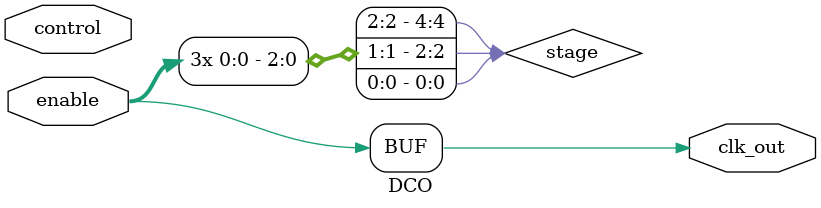
<source format=sv>

module DCO(						
  	input logic enable,
  input logic signed [15:0] control,		//PI controller output
  	output logic clk_out
);
  
  logic [4:0] stage;
  
  assign stage[0] = enable;
  
  genvar i;
  
  generate                          //use 5 inverter stages
    for(i = 0; i<4; i++)begin
      assign #((control + 32768)>>10) stage[i+1] = ~stage[i];    //adjusting delay here
    end
  endgenerate 
               
  assign clk_out = stage[4];
            
               
endmodule
</source>
